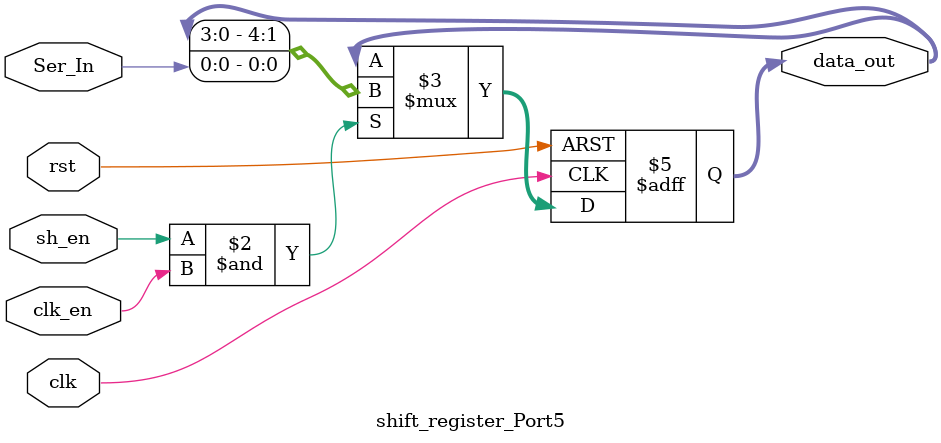
<source format=v>
module shift_register_Port5(
    input  clk,
    input  rst,    
    input  Ser_In, 
    input sh_en,
    input clk_en,
    output reg [4 : 0] data_out 
);


always @(posedge clk or posedge rst) begin
    if (rst) begin
    data_out <=5'b0;
end else if (sh_en & clk_en) begin
        data_out <= {data_out[3:0], Ser_In};
end
    end

endmodule


</source>
